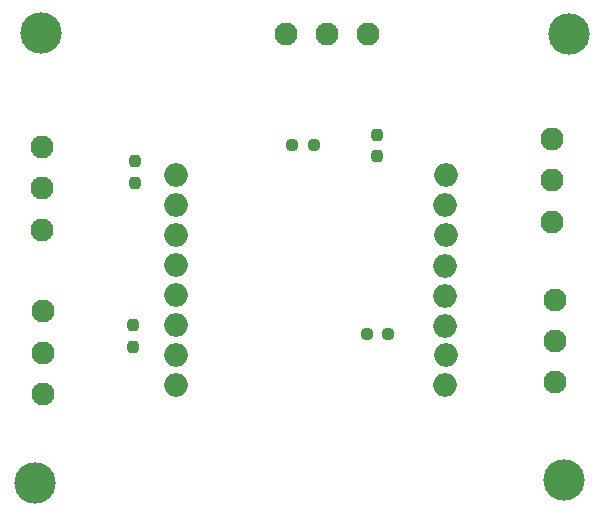
<source format=gbr>
%TF.GenerationSoftware,KiCad,Pcbnew,(7.0.0)*%
%TF.CreationDate,2023-06-11T09:55:09+03:00*%
%TF.ProjectId,C3 pico Breakout PCB,43332070-6963-46f2-9042-7265616b6f75,rev?*%
%TF.SameCoordinates,Original*%
%TF.FileFunction,Soldermask,Top*%
%TF.FilePolarity,Negative*%
%FSLAX46Y46*%
G04 Gerber Fmt 4.6, Leading zero omitted, Abs format (unit mm)*
G04 Created by KiCad (PCBNEW (7.0.0)) date 2023-06-11 09:55:09*
%MOMM*%
%LPD*%
G01*
G04 APERTURE LIST*
G04 Aperture macros list*
%AMRoundRect*
0 Rectangle with rounded corners*
0 $1 Rounding radius*
0 $2 $3 $4 $5 $6 $7 $8 $9 X,Y pos of 4 corners*
0 Add a 4 corners polygon primitive as box body*
4,1,4,$2,$3,$4,$5,$6,$7,$8,$9,$2,$3,0*
0 Add four circle primitives for the rounded corners*
1,1,$1+$1,$2,$3*
1,1,$1+$1,$4,$5*
1,1,$1+$1,$6,$7*
1,1,$1+$1,$8,$9*
0 Add four rect primitives between the rounded corners*
20,1,$1+$1,$2,$3,$4,$5,0*
20,1,$1+$1,$4,$5,$6,$7,0*
20,1,$1+$1,$6,$7,$8,$9,0*
20,1,$1+$1,$8,$9,$2,$3,0*%
G04 Aperture macros list end*
%ADD10O,2.000000X2.000000*%
%ADD11RoundRect,0.237500X0.250000X0.237500X-0.250000X0.237500X-0.250000X-0.237500X0.250000X-0.237500X0*%
%ADD12C,1.950000*%
%ADD13RoundRect,0.237500X-0.237500X0.250000X-0.237500X-0.250000X0.237500X-0.250000X0.237500X0.250000X0*%
%ADD14C,3.500000*%
%ADD15RoundRect,0.237500X0.237500X-0.250000X0.237500X0.250000X-0.237500X0.250000X-0.237500X-0.250000X0*%
G04 APERTURE END LIST*
D10*
%TO.C,U2*%
X141182499Y-88509999D03*
X141172499Y-85969999D03*
X141172499Y-83419999D03*
X141182499Y-80889999D03*
X141172499Y-96119999D03*
X141212499Y-91039999D03*
X141182499Y-93579999D03*
X163992499Y-91069999D03*
X163982499Y-88529999D03*
X163982499Y-85999999D03*
X164012499Y-83439999D03*
X163992499Y-80899999D03*
X164002499Y-78329999D03*
X141162499Y-78349999D03*
X164002499Y-93559999D03*
X163992499Y-96109999D03*
%TD*%
D11*
%TO.C,R6*%
X159155000Y-91760000D03*
X157330000Y-91760000D03*
%TD*%
D12*
%TO.C,J1*%
X129857500Y-75960000D03*
X129857500Y-79460000D03*
X129857500Y-82960000D03*
%TD*%
%TO.C,J4*%
X173307500Y-95870000D03*
X173307500Y-92370000D03*
X173307500Y-88870000D03*
%TD*%
%TO.C,J2*%
X129937500Y-89850000D03*
X129937500Y-93350000D03*
X129937500Y-96850000D03*
%TD*%
%TO.C,J5*%
X172987500Y-82270000D03*
X172987500Y-78770000D03*
X172987500Y-75270000D03*
%TD*%
D13*
%TO.C,R5*%
X158242500Y-74897500D03*
X158242500Y-76722500D03*
%TD*%
D14*
%TO.C,H3*%
X174000000Y-104125000D03*
%TD*%
D15*
%TO.C,R2*%
X137525000Y-92862500D03*
X137525000Y-91037500D03*
%TD*%
%TO.C,R3*%
X137692500Y-78985000D03*
X137692500Y-77160000D03*
%TD*%
D11*
%TO.C,R1*%
X152830000Y-75785000D03*
X151005000Y-75785000D03*
%TD*%
D14*
%TO.C,H1*%
X129750000Y-66300000D03*
%TD*%
%TO.C,H2*%
X174425000Y-66375000D03*
%TD*%
D12*
%TO.C,J3*%
X157477500Y-66420000D03*
X153977500Y-66420000D03*
X150477500Y-66420000D03*
%TD*%
D14*
%TO.C,H4*%
X129250000Y-104400000D03*
%TD*%
M02*

</source>
